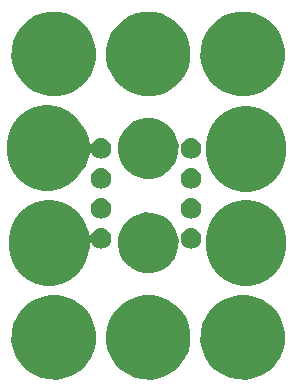
<source format=gbs>
%TF.GenerationSoftware,KiCad,Pcbnew,4.0.5-e0-6337~49~ubuntu16.04.1*%
%TF.CreationDate,2017-01-20T21:28:30-08:00*%
%TF.ProjectId,3x4-555-Timer-8DIP-Breakout,3378342D3535352D54696D65722D3844,1.0*%
%TF.FileFunction,Soldermask,Bot*%
%FSLAX46Y46*%
G04 Gerber Fmt 4.6, Leading zero omitted, Abs format (unit mm)*
G04 Created by KiCad (PCBNEW 4.0.5-e0-6337~49~ubuntu16.04.1) date Fri Jan 20 21:28:30 2017*
%MOMM*%
%LPD*%
G01*
G04 APERTURE LIST*
%ADD10C,0.350000*%
%ADD11C,6.800000*%
G04 APERTURE END LIST*
D10*
D11*
X151228520Y-91297760D02*
X151228520Y-91805760D01*
X151228520Y-99222560D02*
X151228520Y-99730560D01*
X134515320Y-99222560D02*
X134515320Y-99730560D01*
X134362920Y-91196160D02*
X134362920Y-91704160D01*
D10*
G36*
X151297347Y-103929139D02*
X151984345Y-104070160D01*
X152630881Y-104341939D01*
X153212309Y-104734117D01*
X153706489Y-105231759D01*
X154094597Y-105815909D01*
X154361853Y-106464320D01*
X154498006Y-107151946D01*
X154498006Y-107151951D01*
X154498074Y-107152295D01*
X154486888Y-107953345D01*
X154486812Y-107953679D01*
X154486812Y-107953692D01*
X154331511Y-108637250D01*
X154046257Y-109277942D01*
X153641986Y-109851030D01*
X153134103Y-110334682D01*
X152541950Y-110710474D01*
X151888085Y-110964091D01*
X151197412Y-111085876D01*
X150496235Y-111071187D01*
X149811264Y-110920587D01*
X149168591Y-110639810D01*
X148592699Y-110239554D01*
X148105514Y-109735060D01*
X147725598Y-109145544D01*
X147467419Y-108493460D01*
X147340817Y-107803659D01*
X147350608Y-107102397D01*
X147496424Y-106416391D01*
X147772705Y-105771776D01*
X148168935Y-105193098D01*
X148670014Y-104702405D01*
X149256863Y-104318382D01*
X149907125Y-104055658D01*
X150596029Y-103924244D01*
X151297347Y-103929139D01*
X151297347Y-103929139D01*
G37*
G36*
X135297347Y-103929139D02*
X135984345Y-104070160D01*
X136630881Y-104341939D01*
X137212309Y-104734117D01*
X137706489Y-105231759D01*
X138094597Y-105815909D01*
X138361853Y-106464320D01*
X138498006Y-107151946D01*
X138498006Y-107151951D01*
X138498074Y-107152295D01*
X138486888Y-107953345D01*
X138486812Y-107953679D01*
X138486812Y-107953692D01*
X138331511Y-108637250D01*
X138046257Y-109277942D01*
X137641986Y-109851030D01*
X137134103Y-110334682D01*
X136541950Y-110710474D01*
X135888085Y-110964091D01*
X135197412Y-111085876D01*
X134496235Y-111071187D01*
X133811264Y-110920587D01*
X133168591Y-110639810D01*
X132592699Y-110239554D01*
X132105514Y-109735060D01*
X131725598Y-109145544D01*
X131467419Y-108493460D01*
X131340817Y-107803659D01*
X131350608Y-107102397D01*
X131496424Y-106416391D01*
X131772705Y-105771776D01*
X132168935Y-105193098D01*
X132670014Y-104702405D01*
X133256863Y-104318382D01*
X133907125Y-104055658D01*
X134596029Y-103924244D01*
X135297347Y-103929139D01*
X135297347Y-103929139D01*
G37*
G36*
X143297347Y-103929139D02*
X143984345Y-104070160D01*
X144630881Y-104341939D01*
X145212309Y-104734117D01*
X145706489Y-105231759D01*
X146094597Y-105815909D01*
X146361853Y-106464320D01*
X146498006Y-107151946D01*
X146498006Y-107151951D01*
X146498074Y-107152295D01*
X146486888Y-107953345D01*
X146486812Y-107953679D01*
X146486812Y-107953692D01*
X146331511Y-108637250D01*
X146046257Y-109277942D01*
X145641986Y-109851030D01*
X145134103Y-110334682D01*
X144541950Y-110710474D01*
X143888085Y-110964091D01*
X143197412Y-111085876D01*
X142496235Y-111071187D01*
X141811264Y-110920587D01*
X141168591Y-110639810D01*
X140592699Y-110239554D01*
X140105514Y-109735060D01*
X139725598Y-109145544D01*
X139467419Y-108493460D01*
X139340817Y-107803659D01*
X139350608Y-107102397D01*
X139496424Y-106416391D01*
X139772705Y-105771776D01*
X140168935Y-105193098D01*
X140670014Y-104702405D01*
X141256863Y-104318382D01*
X141907125Y-104055658D01*
X142596029Y-103924244D01*
X143297347Y-103929139D01*
X143297347Y-103929139D01*
G37*
G36*
X135244830Y-96428807D02*
X135835775Y-96550111D01*
X136391918Y-96783892D01*
X136892054Y-97121238D01*
X137317141Y-97549303D01*
X137650986Y-98051781D01*
X137880876Y-98609536D01*
X137955261Y-98985204D01*
X137959983Y-98998697D01*
X137968277Y-99010339D01*
X137979486Y-99019210D01*
X137992723Y-99024608D01*
X138006939Y-99026103D01*
X138021009Y-99023580D01*
X138033819Y-99017236D01*
X138044355Y-99007574D01*
X138051781Y-98995360D01*
X138055616Y-98980646D01*
X138059170Y-98946823D01*
X138059172Y-98946818D01*
X138059176Y-98946776D01*
X138109744Y-98783419D01*
X138191077Y-98632995D01*
X138300080Y-98501234D01*
X138432598Y-98393154D01*
X138583586Y-98312873D01*
X138747292Y-98263447D01*
X138917480Y-98246760D01*
X138925996Y-98246760D01*
X138930677Y-98246793D01*
X138938194Y-98246845D01*
X139108132Y-98265907D01*
X139271132Y-98317614D01*
X139420984Y-98399996D01*
X139551981Y-98509915D01*
X139659133Y-98643185D01*
X139738358Y-98794730D01*
X139786640Y-98958776D01*
X139786644Y-98958818D01*
X139786645Y-98958822D01*
X139801026Y-99116843D01*
X139802139Y-99129077D01*
X139784264Y-99299144D01*
X139733696Y-99462501D01*
X139652363Y-99612925D01*
X139543360Y-99744686D01*
X139410842Y-99852766D01*
X139259854Y-99933047D01*
X139096148Y-99982473D01*
X138925960Y-99999160D01*
X138917444Y-99999160D01*
X138912763Y-99999127D01*
X138905246Y-99999075D01*
X138735308Y-99980013D01*
X138572308Y-99928306D01*
X138422456Y-99845924D01*
X138291459Y-99736005D01*
X138184307Y-99602735D01*
X138105082Y-99451190D01*
X138094317Y-99414613D01*
X138088413Y-99401651D01*
X138079098Y-99390808D01*
X138067131Y-99382989D01*
X138053460Y-99378814D01*
X138039166Y-99378613D01*
X138025383Y-99382401D01*
X138013201Y-99389880D01*
X138003584Y-99400457D01*
X137997295Y-99413294D01*
X137994889Y-99427820D01*
X137988430Y-99890376D01*
X137988353Y-99890714D01*
X137988353Y-99890722D01*
X137854777Y-100478661D01*
X137609405Y-101029776D01*
X137261657Y-101522738D01*
X136824782Y-101938769D01*
X136315420Y-102262021D01*
X135752974Y-102480179D01*
X135158867Y-102584936D01*
X134555723Y-102572302D01*
X133966520Y-102442757D01*
X133413702Y-102201237D01*
X132918327Y-101856942D01*
X132499257Y-101422983D01*
X132172458Y-100915890D01*
X131950376Y-100354974D01*
X131841475Y-99761618D01*
X131849897Y-99158401D01*
X131975326Y-98568307D01*
X132212979Y-98013818D01*
X132553811Y-97516048D01*
X132984832Y-97093960D01*
X133489633Y-96763628D01*
X134048979Y-96537637D01*
X134641565Y-96424596D01*
X135244830Y-96428807D01*
X135244830Y-96428807D01*
G37*
G36*
X151244830Y-96428807D02*
X151835775Y-96550111D01*
X152391918Y-96783892D01*
X152892054Y-97121238D01*
X153317141Y-97549303D01*
X153650986Y-98051781D01*
X153880876Y-98609536D01*
X153997984Y-99200974D01*
X153997984Y-99200984D01*
X153998051Y-99201323D01*
X153988430Y-99890376D01*
X153988353Y-99890714D01*
X153988353Y-99890722D01*
X153854777Y-100478661D01*
X153609405Y-101029776D01*
X153261657Y-101522738D01*
X152824782Y-101938769D01*
X152315420Y-102262021D01*
X151752974Y-102480179D01*
X151158867Y-102584936D01*
X150555723Y-102572302D01*
X149966520Y-102442757D01*
X149413702Y-102201237D01*
X148918327Y-101856942D01*
X148499257Y-101422983D01*
X148172458Y-100915890D01*
X147950376Y-100354974D01*
X147841475Y-99761618D01*
X147849897Y-99158401D01*
X147975326Y-98568307D01*
X148212979Y-98013818D01*
X148553811Y-97516048D01*
X148984832Y-97093960D01*
X149489633Y-96763628D01*
X150048979Y-96537637D01*
X150641565Y-96424596D01*
X151244830Y-96428807D01*
X151244830Y-96428807D01*
G37*
G36*
X143191263Y-96938467D02*
X143684235Y-97039660D01*
X144148176Y-97234683D01*
X144565395Y-97516101D01*
X144920008Y-97873197D01*
X145198505Y-98292370D01*
X145390282Y-98757655D01*
X145487963Y-99250982D01*
X145487963Y-99250992D01*
X145488030Y-99251331D01*
X145480004Y-99826146D01*
X145479927Y-99826484D01*
X145479927Y-99826493D01*
X145368509Y-100316902D01*
X145163818Y-100776647D01*
X144873722Y-101187882D01*
X144509276Y-101534940D01*
X144084362Y-101804599D01*
X143615160Y-101986590D01*
X143119551Y-102073980D01*
X142616401Y-102063440D01*
X142124881Y-101955372D01*
X141663714Y-101753893D01*
X141250467Y-101466679D01*
X140900874Y-101104665D01*
X140628255Y-100681642D01*
X140442991Y-100213719D01*
X140352145Y-99718736D01*
X140359170Y-99215525D01*
X140463805Y-98723262D01*
X140662058Y-98260701D01*
X140946383Y-97845455D01*
X141305946Y-97493345D01*
X141727057Y-97217778D01*
X142193670Y-97029254D01*
X142688011Y-96934954D01*
X143191263Y-96938467D01*
X143191263Y-96938467D01*
G37*
G36*
X146550677Y-98246793D02*
X146558194Y-98246845D01*
X146728132Y-98265907D01*
X146891132Y-98317614D01*
X147040984Y-98399996D01*
X147171981Y-98509915D01*
X147279133Y-98643185D01*
X147358358Y-98794730D01*
X147406640Y-98958776D01*
X147406644Y-98958818D01*
X147406645Y-98958822D01*
X147421026Y-99116843D01*
X147422139Y-99129077D01*
X147404264Y-99299144D01*
X147353696Y-99462501D01*
X147272363Y-99612925D01*
X147163360Y-99744686D01*
X147030842Y-99852766D01*
X146879854Y-99933047D01*
X146716148Y-99982473D01*
X146545960Y-99999160D01*
X146537444Y-99999160D01*
X146532763Y-99999127D01*
X146525246Y-99999075D01*
X146355308Y-99980013D01*
X146192308Y-99928306D01*
X146042456Y-99845924D01*
X145911459Y-99736005D01*
X145804307Y-99602735D01*
X145725082Y-99451190D01*
X145676800Y-99287144D01*
X145676796Y-99287102D01*
X145676795Y-99287098D01*
X145661301Y-99116845D01*
X145671104Y-99023580D01*
X145679176Y-98946776D01*
X145729744Y-98783419D01*
X145811077Y-98632995D01*
X145920080Y-98501234D01*
X146052598Y-98393154D01*
X146203586Y-98312873D01*
X146367292Y-98263447D01*
X146537480Y-98246760D01*
X146545996Y-98246760D01*
X146550677Y-98246793D01*
X146550677Y-98246793D01*
G37*
G36*
X146550677Y-95706793D02*
X146558194Y-95706845D01*
X146728132Y-95725907D01*
X146891132Y-95777614D01*
X147040984Y-95859996D01*
X147171981Y-95969915D01*
X147279133Y-96103185D01*
X147358358Y-96254730D01*
X147406640Y-96418776D01*
X147406644Y-96418818D01*
X147406645Y-96418822D01*
X147417458Y-96537640D01*
X147422139Y-96589077D01*
X147404264Y-96759144D01*
X147353696Y-96922501D01*
X147272363Y-97072925D01*
X147163360Y-97204686D01*
X147030842Y-97312766D01*
X146879854Y-97393047D01*
X146716148Y-97442473D01*
X146545960Y-97459160D01*
X146537444Y-97459160D01*
X146532763Y-97459127D01*
X146525246Y-97459075D01*
X146355308Y-97440013D01*
X146192308Y-97388306D01*
X146042456Y-97305924D01*
X145911459Y-97196005D01*
X145804307Y-97062735D01*
X145725082Y-96911190D01*
X145676800Y-96747144D01*
X145676796Y-96747102D01*
X145676795Y-96747098D01*
X145661301Y-96576845D01*
X145664111Y-96550114D01*
X145679176Y-96406776D01*
X145729744Y-96243419D01*
X145811077Y-96092995D01*
X145920080Y-95961234D01*
X146052598Y-95853154D01*
X146203586Y-95772873D01*
X146367292Y-95723447D01*
X146537480Y-95706760D01*
X146545996Y-95706760D01*
X146550677Y-95706793D01*
X146550677Y-95706793D01*
G37*
G36*
X138930677Y-95706793D02*
X138938194Y-95706845D01*
X139108132Y-95725907D01*
X139271132Y-95777614D01*
X139420984Y-95859996D01*
X139551981Y-95969915D01*
X139659133Y-96103185D01*
X139738358Y-96254730D01*
X139786640Y-96418776D01*
X139786644Y-96418818D01*
X139786645Y-96418822D01*
X139797458Y-96537640D01*
X139802139Y-96589077D01*
X139784264Y-96759144D01*
X139733696Y-96922501D01*
X139652363Y-97072925D01*
X139543360Y-97204686D01*
X139410842Y-97312766D01*
X139259854Y-97393047D01*
X139096148Y-97442473D01*
X138925960Y-97459160D01*
X138917444Y-97459160D01*
X138912763Y-97459127D01*
X138905246Y-97459075D01*
X138735308Y-97440013D01*
X138572308Y-97388306D01*
X138422456Y-97305924D01*
X138291459Y-97196005D01*
X138184307Y-97062735D01*
X138105082Y-96911190D01*
X138056800Y-96747144D01*
X138056796Y-96747102D01*
X138056795Y-96747098D01*
X138041301Y-96576845D01*
X138044111Y-96550114D01*
X138059176Y-96406776D01*
X138109744Y-96243419D01*
X138191077Y-96092995D01*
X138300080Y-95961234D01*
X138432598Y-95853154D01*
X138583586Y-95772873D01*
X138747292Y-95723447D01*
X138917480Y-95706760D01*
X138925996Y-95706760D01*
X138930677Y-95706793D01*
X138930677Y-95706793D01*
G37*
G36*
X146550677Y-93166793D02*
X146558194Y-93166845D01*
X146728132Y-93185907D01*
X146891132Y-93237614D01*
X147040984Y-93319996D01*
X147171981Y-93429915D01*
X147279133Y-93563185D01*
X147358358Y-93714730D01*
X147406640Y-93878776D01*
X147406644Y-93878818D01*
X147406645Y-93878822D01*
X147421026Y-94036843D01*
X147422139Y-94049077D01*
X147404264Y-94219144D01*
X147353696Y-94382501D01*
X147272363Y-94532925D01*
X147163360Y-94664686D01*
X147030842Y-94772766D01*
X146879854Y-94853047D01*
X146716148Y-94902473D01*
X146545960Y-94919160D01*
X146537444Y-94919160D01*
X146532763Y-94919127D01*
X146525246Y-94919075D01*
X146355308Y-94900013D01*
X146192308Y-94848306D01*
X146042456Y-94765924D01*
X145911459Y-94656005D01*
X145804307Y-94522735D01*
X145725082Y-94371190D01*
X145676800Y-94207144D01*
X145676796Y-94207102D01*
X145676795Y-94207098D01*
X145661301Y-94036845D01*
X145679171Y-93866823D01*
X145679176Y-93866776D01*
X145729744Y-93703419D01*
X145811077Y-93552995D01*
X145920080Y-93421234D01*
X146052598Y-93313154D01*
X146203586Y-93232873D01*
X146367292Y-93183447D01*
X146537480Y-93166760D01*
X146545996Y-93166760D01*
X146550677Y-93166793D01*
X146550677Y-93166793D01*
G37*
G36*
X138930677Y-93166793D02*
X138938194Y-93166845D01*
X139108132Y-93185907D01*
X139271132Y-93237614D01*
X139420984Y-93319996D01*
X139551981Y-93429915D01*
X139659133Y-93563185D01*
X139738358Y-93714730D01*
X139786640Y-93878776D01*
X139786644Y-93878818D01*
X139786645Y-93878822D01*
X139801026Y-94036843D01*
X139802139Y-94049077D01*
X139784264Y-94219144D01*
X139733696Y-94382501D01*
X139652363Y-94532925D01*
X139543360Y-94664686D01*
X139410842Y-94772766D01*
X139259854Y-94853047D01*
X139096148Y-94902473D01*
X138925960Y-94919160D01*
X138917444Y-94919160D01*
X138912763Y-94919127D01*
X138905246Y-94919075D01*
X138735308Y-94900013D01*
X138572308Y-94848306D01*
X138422456Y-94765924D01*
X138291459Y-94656005D01*
X138184307Y-94522735D01*
X138105082Y-94371190D01*
X138056800Y-94207144D01*
X138056796Y-94207102D01*
X138056795Y-94207098D01*
X138041301Y-94036845D01*
X138059171Y-93866823D01*
X138059176Y-93866776D01*
X138109744Y-93703419D01*
X138191077Y-93552995D01*
X138300080Y-93421234D01*
X138432598Y-93313154D01*
X138583586Y-93232873D01*
X138747292Y-93183447D01*
X138917480Y-93166760D01*
X138925996Y-93166760D01*
X138930677Y-93166793D01*
X138930677Y-93166793D01*
G37*
G36*
X151244830Y-88428807D02*
X151835775Y-88550111D01*
X152391918Y-88783892D01*
X152892054Y-89121238D01*
X153317141Y-89549303D01*
X153650986Y-90051781D01*
X153880876Y-90609536D01*
X153997984Y-91200974D01*
X153997984Y-91200984D01*
X153998051Y-91201323D01*
X153988430Y-91890376D01*
X153988353Y-91890714D01*
X153988353Y-91890722D01*
X153854777Y-92478661D01*
X153609405Y-93029776D01*
X153261657Y-93522738D01*
X152824782Y-93938769D01*
X152315420Y-94262021D01*
X151752974Y-94480179D01*
X151158867Y-94584936D01*
X150555723Y-94572302D01*
X149966520Y-94442757D01*
X149413702Y-94201237D01*
X148918327Y-93856942D01*
X148499257Y-93422983D01*
X148172458Y-92915890D01*
X147950376Y-92354974D01*
X147841475Y-91761618D01*
X147849897Y-91158401D01*
X147975326Y-90568307D01*
X148212979Y-90013818D01*
X148553811Y-89516048D01*
X148984832Y-89093960D01*
X149489633Y-88763628D01*
X150048979Y-88537637D01*
X150641565Y-88424596D01*
X151244830Y-88428807D01*
X151244830Y-88428807D01*
G37*
G36*
X135244830Y-88428807D02*
X135835775Y-88550111D01*
X136391918Y-88783892D01*
X136892054Y-89121238D01*
X137317141Y-89549303D01*
X137650986Y-90051781D01*
X137880876Y-90609536D01*
X137998057Y-91201340D01*
X138002779Y-91214833D01*
X138011073Y-91226475D01*
X138022282Y-91235346D01*
X138035519Y-91240744D01*
X138049735Y-91242239D01*
X138063805Y-91239716D01*
X138076615Y-91233372D01*
X138087151Y-91223710D01*
X138096398Y-91206532D01*
X138109744Y-91163419D01*
X138191077Y-91012995D01*
X138300080Y-90881234D01*
X138432598Y-90773154D01*
X138583586Y-90692873D01*
X138747292Y-90643447D01*
X138917480Y-90626760D01*
X138925996Y-90626760D01*
X138930677Y-90626793D01*
X138938194Y-90626845D01*
X139108132Y-90645907D01*
X139271132Y-90697614D01*
X139420984Y-90779996D01*
X139551981Y-90889915D01*
X139659133Y-91023185D01*
X139738358Y-91174730D01*
X139786640Y-91338776D01*
X139786644Y-91338818D01*
X139786645Y-91338822D01*
X139801026Y-91496843D01*
X139802139Y-91509077D01*
X139784264Y-91679144D01*
X139733696Y-91842501D01*
X139652363Y-91992925D01*
X139543360Y-92124686D01*
X139410842Y-92232766D01*
X139259854Y-92313047D01*
X139096148Y-92362473D01*
X138925960Y-92379160D01*
X138917444Y-92379160D01*
X138912763Y-92379127D01*
X138905246Y-92379075D01*
X138735308Y-92360013D01*
X138572308Y-92308306D01*
X138422456Y-92225924D01*
X138291459Y-92116005D01*
X138184307Y-91982735D01*
X138105082Y-91831190D01*
X138089250Y-91777400D01*
X138083347Y-91764438D01*
X138074032Y-91753595D01*
X138062065Y-91745776D01*
X138048394Y-91741601D01*
X138034100Y-91741400D01*
X138020317Y-91745188D01*
X138008135Y-91752667D01*
X137998518Y-91763244D01*
X137992229Y-91776081D01*
X137989823Y-91790604D01*
X137988430Y-91890376D01*
X137988353Y-91890714D01*
X137988353Y-91890722D01*
X137854777Y-92478661D01*
X137609405Y-93029776D01*
X137261657Y-93522738D01*
X136824782Y-93938769D01*
X136315420Y-94262021D01*
X135752974Y-94480179D01*
X135158867Y-94584936D01*
X134555723Y-94572302D01*
X133966520Y-94442757D01*
X133413702Y-94201237D01*
X132918327Y-93856942D01*
X132499257Y-93422983D01*
X132172458Y-92915890D01*
X131950376Y-92354974D01*
X131841475Y-91761618D01*
X131849897Y-91158401D01*
X131975326Y-90568307D01*
X132212979Y-90013818D01*
X132553811Y-89516048D01*
X132984832Y-89093960D01*
X133489633Y-88763628D01*
X134048979Y-88537637D01*
X134641565Y-88424596D01*
X135244830Y-88428807D01*
X135244830Y-88428807D01*
G37*
G36*
X143191263Y-88938467D02*
X143684235Y-89039660D01*
X144148176Y-89234683D01*
X144565395Y-89516101D01*
X144920008Y-89873197D01*
X145198505Y-90292370D01*
X145390282Y-90757655D01*
X145487963Y-91250982D01*
X145487963Y-91250992D01*
X145488030Y-91251331D01*
X145480004Y-91826146D01*
X145479927Y-91826484D01*
X145479927Y-91826493D01*
X145368509Y-92316902D01*
X145163818Y-92776647D01*
X144873722Y-93187882D01*
X144509276Y-93534940D01*
X144084362Y-93804599D01*
X143615160Y-93986590D01*
X143119551Y-94073980D01*
X142616401Y-94063440D01*
X142124881Y-93955372D01*
X141663714Y-93753893D01*
X141250467Y-93466679D01*
X140900874Y-93104665D01*
X140628255Y-92681642D01*
X140442991Y-92213719D01*
X140352145Y-91718736D01*
X140359170Y-91215525D01*
X140463805Y-90723262D01*
X140662058Y-90260701D01*
X140946383Y-89845455D01*
X141305946Y-89493345D01*
X141727057Y-89217778D01*
X142193670Y-89029254D01*
X142688011Y-88934954D01*
X143191263Y-88938467D01*
X143191263Y-88938467D01*
G37*
G36*
X146550677Y-90626793D02*
X146558194Y-90626845D01*
X146728132Y-90645907D01*
X146891132Y-90697614D01*
X147040984Y-90779996D01*
X147171981Y-90889915D01*
X147279133Y-91023185D01*
X147358358Y-91174730D01*
X147406640Y-91338776D01*
X147406644Y-91338818D01*
X147406645Y-91338822D01*
X147421026Y-91496843D01*
X147422139Y-91509077D01*
X147404264Y-91679144D01*
X147353696Y-91842501D01*
X147272363Y-91992925D01*
X147163360Y-92124686D01*
X147030842Y-92232766D01*
X146879854Y-92313047D01*
X146716148Y-92362473D01*
X146545960Y-92379160D01*
X146537444Y-92379160D01*
X146532763Y-92379127D01*
X146525246Y-92379075D01*
X146355308Y-92360013D01*
X146192308Y-92308306D01*
X146042456Y-92225924D01*
X145911459Y-92116005D01*
X145804307Y-91982735D01*
X145725082Y-91831190D01*
X145676800Y-91667144D01*
X145676796Y-91667102D01*
X145676795Y-91667098D01*
X145661301Y-91496845D01*
X145679171Y-91326823D01*
X145679176Y-91326776D01*
X145729744Y-91163419D01*
X145811077Y-91012995D01*
X145920080Y-90881234D01*
X146052598Y-90773154D01*
X146203586Y-90692873D01*
X146367292Y-90643447D01*
X146537480Y-90626760D01*
X146545996Y-90626760D01*
X146550677Y-90626793D01*
X146550677Y-90626793D01*
G37*
G36*
X151297347Y-79929139D02*
X151984345Y-80070160D01*
X152630881Y-80341939D01*
X153212309Y-80734117D01*
X153706489Y-81231759D01*
X154094597Y-81815909D01*
X154361853Y-82464320D01*
X154498006Y-83151946D01*
X154498006Y-83151951D01*
X154498074Y-83152295D01*
X154486888Y-83953345D01*
X154486812Y-83953679D01*
X154486812Y-83953692D01*
X154331511Y-84637250D01*
X154046257Y-85277942D01*
X153641986Y-85851030D01*
X153134103Y-86334682D01*
X152541950Y-86710474D01*
X151888085Y-86964091D01*
X151197412Y-87085876D01*
X150496235Y-87071187D01*
X149811264Y-86920587D01*
X149168591Y-86639810D01*
X148592699Y-86239554D01*
X148105514Y-85735060D01*
X147725598Y-85145544D01*
X147467419Y-84493460D01*
X147340817Y-83803659D01*
X147350608Y-83102397D01*
X147496424Y-82416391D01*
X147772705Y-81771776D01*
X148168935Y-81193098D01*
X148670014Y-80702405D01*
X149256863Y-80318382D01*
X149907125Y-80055658D01*
X150596029Y-79924244D01*
X151297347Y-79929139D01*
X151297347Y-79929139D01*
G37*
G36*
X143297347Y-79929139D02*
X143984345Y-80070160D01*
X144630881Y-80341939D01*
X145212309Y-80734117D01*
X145706489Y-81231759D01*
X146094597Y-81815909D01*
X146361853Y-82464320D01*
X146498006Y-83151946D01*
X146498006Y-83151951D01*
X146498074Y-83152295D01*
X146486888Y-83953345D01*
X146486812Y-83953679D01*
X146486812Y-83953692D01*
X146331511Y-84637250D01*
X146046257Y-85277942D01*
X145641986Y-85851030D01*
X145134103Y-86334682D01*
X144541950Y-86710474D01*
X143888085Y-86964091D01*
X143197412Y-87085876D01*
X142496235Y-87071187D01*
X141811264Y-86920587D01*
X141168591Y-86639810D01*
X140592699Y-86239554D01*
X140105514Y-85735060D01*
X139725598Y-85145544D01*
X139467419Y-84493460D01*
X139340817Y-83803659D01*
X139350608Y-83102397D01*
X139496424Y-82416391D01*
X139772705Y-81771776D01*
X140168935Y-81193098D01*
X140670014Y-80702405D01*
X141256863Y-80318382D01*
X141907125Y-80055658D01*
X142596029Y-79924244D01*
X143297347Y-79929139D01*
X143297347Y-79929139D01*
G37*
G36*
X135297347Y-79929139D02*
X135984345Y-80070160D01*
X136630881Y-80341939D01*
X137212309Y-80734117D01*
X137706489Y-81231759D01*
X138094597Y-81815909D01*
X138361853Y-82464320D01*
X138498006Y-83151946D01*
X138498006Y-83151951D01*
X138498074Y-83152295D01*
X138486888Y-83953345D01*
X138486812Y-83953679D01*
X138486812Y-83953692D01*
X138331511Y-84637250D01*
X138046257Y-85277942D01*
X137641986Y-85851030D01*
X137134103Y-86334682D01*
X136541950Y-86710474D01*
X135888085Y-86964091D01*
X135197412Y-87085876D01*
X134496235Y-87071187D01*
X133811264Y-86920587D01*
X133168591Y-86639810D01*
X132592699Y-86239554D01*
X132105514Y-85735060D01*
X131725598Y-85145544D01*
X131467419Y-84493460D01*
X131340817Y-83803659D01*
X131350608Y-83102397D01*
X131496424Y-82416391D01*
X131772705Y-81771776D01*
X132168935Y-81193098D01*
X132670014Y-80702405D01*
X133256863Y-80318382D01*
X133907125Y-80055658D01*
X134596029Y-79924244D01*
X135297347Y-79929139D01*
X135297347Y-79929139D01*
G37*
M02*

</source>
